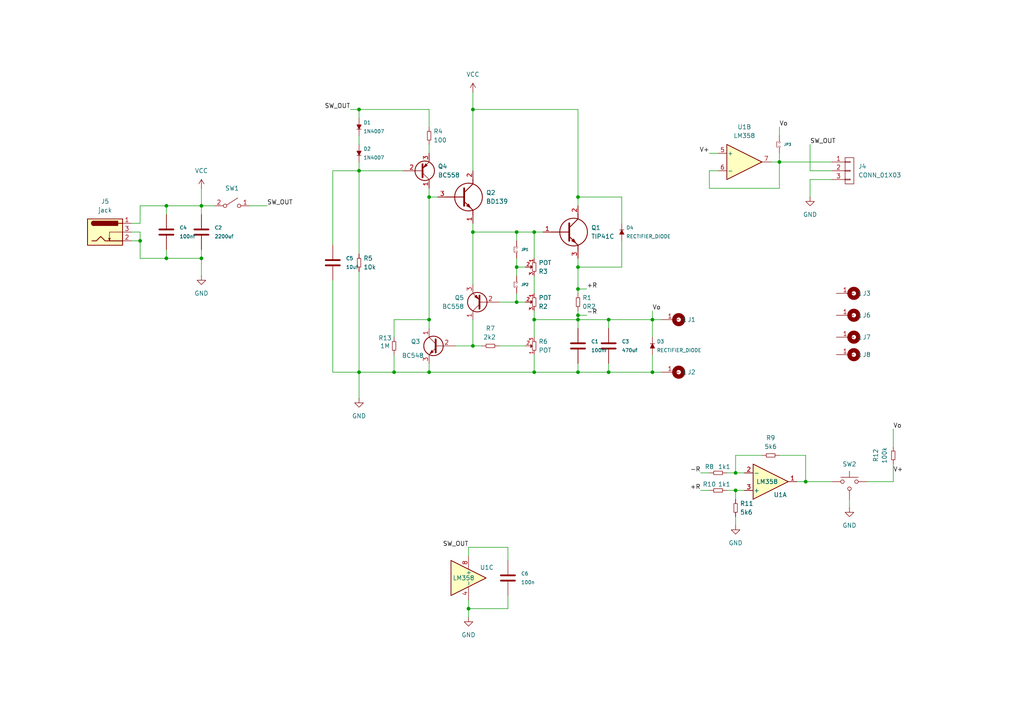
<source format=kicad_sch>
(kicad_sch (version 20231120) (generator "eeschema") (generator_version "8.0")
  (paper "A4")
  (lib_symbols
    (symbol "BJT:BC558" (pin_names hide)
      (property "Reference" "Q" (at 3.048 2.032 0))
      (property "Value" "BC558" (at 3.048 -0.508 0))
      (symbol "BC558_0_1"
        (circle (center -1.27 0) (radius 2.8194) (stroke (width 0.254)))
        (polyline (pts (xy -2.54 0) (xy -1.905 0)))
        (polyline (pts (xy -1.905 0.635) (xy 0 2.54)))
        (polyline (pts (xy -1.905 -0.635) (xy 0 -2.54) (xy 0 -2.54)))
        (polyline (pts (xy -1.905 1.905) (xy -1.905 -1.905) (xy -1.905 -1.905)) (stroke (width 0.508)))
      )
      (symbol "BC558_1_1"
        (polyline (pts (xy -0.762 -1.778) (xy -0.508 -1.524) (xy -1.651 -0.889) (xy -1.016 -2.032) (xy -0.762 -1.778)) (fill (type outline)))
        (pin passive line (at 0 5.08 270) (length 2.54) (name "C") (number "1"))
        (pin input line (at -7.62 0 0) (length 5.08) (name "B") (number "2"))
        (pin passive line (at 0 -5.08 90) (length 2.54) (name "E") (number "3"))
      )
    )
    (symbol "BJT:BD139" (pin_names hide)
      (property "Reference" "Q" (at 3.81 0.762 0))
      (property "Value" "BD139" (at 3.81 -1.27 0))
      (symbol "BD139_1_1"
        (circle (center -1.27 0) (radius 4.016) (stroke (width 0.254)))
        (polyline (pts (xy -7.62 0) (xy -2.54 0)) (stroke (width 0.254)))
        (polyline (pts (xy -2.54 -1.27) (xy 0 -3.81)) (stroke (width 0.254)))
        (polyline (pts (xy -2.54 1.27) (xy 0 3.81)) (stroke (width 0.254)))
        (polyline (pts (xy -2.54 2.54) (xy -2.54 -2.54)) (stroke (width 0.508)))
        (polyline (pts (xy 0 -3.81) (xy 0 -5.08)) (stroke (width 0.254)))
        (polyline (pts (xy 0 3.81) (xy 0 5.08)) (stroke (width 0.254)))
        (polyline (pts (xy -1.778 -2.54) (xy -1.27 -2.032) (xy -0.762 -3.048) (xy -1.778 -2.54)) (stroke (width 0.254)) (fill (type outline)))
        (pin passive line (at 0 -7.62 90) (length 2.54) (name "E") (number "1"))
        (pin passive line (at 0 7.62 270) (length 2.54) (name "C") (number "2"))
        (pin passive line (at -10.16 0 0) (length 2.54) (name "B") (number "3"))
      )
    )
    (symbol "BJT:TIP41C" (pin_names hide)
      (property "Reference" "Q" (at 4.064 1.27 0))
      (property "Value" "TIP41C" (at 4.064 -1.016 0))
      (symbol "TIP41C_1_1"
        (circle (center -1.27 0) (radius 4.016) (stroke (width 0.254)))
        (polyline (pts (xy -7.62 0) (xy -2.54 0)) (stroke (width 0.254)))
        (polyline (pts (xy -2.54 -1.27) (xy 0 -3.81)) (stroke (width 0.254)))
        (polyline (pts (xy -2.54 1.27) (xy 0 3.81)) (stroke (width 0.254)))
        (polyline (pts (xy -2.54 2.54) (xy -2.54 -2.54)) (stroke (width 0.508)))
        (polyline (pts (xy 0 -3.81) (xy 0 -5.08)) (stroke (width 0.254)))
        (polyline (pts (xy 0 3.81) (xy 0 5.08)) (stroke (width 0.254)))
        (polyline (pts (xy -1.778 -2.54) (xy -1.27 -2.032) (xy -0.762 -3.048) (xy -1.778 -2.54)) (stroke (width 0.254)) (fill (type outline)))
        (pin passive line (at -10.16 0 0) (length 2.54) (name "B") (number "1"))
        (pin passive line (at 0 7.62 270) (length 2.54) (name "C") (number "2"))
        (pin passive line (at 0 -7.62 90) (length 2.54) (name "E") (number "3"))
      )
    )
    (symbol "Diodes:RECTIFIER_DIODE" (pin_numbers hide) (pin_names (offset 1.016) hide)
      (property "Reference" "D" (at 0 3.302 0))
      (property "Value" "RECTIFIER_DIODE" (at -0.254 1.524 0))
      (symbol "RECTIFIER_DIODE_0_1"
        (polyline (pts (xy -0.635 -0.635) (xy 0.635 0)))
        (polyline (pts (xy 0.635 -0.635) (xy 0.635 0.635) (xy 0.635 0.635)))
        (polyline (pts (xy 0.635 0) (xy -0.635 0.635) (xy -0.635 -0.635) (xy -0.635 -0.635)) (fill (type outline)))
      )
      (symbol "RECTIFIER_DIODE_1_1"
        (pin passive line (at -2.54 0 0) (length 1.905) (name "A") (number "1"))
        (pin passive line (at 2.54 0 180) (length 1.905) (name "K") (number "2"))
      )
    )
    (symbol "EESTN5:BC548" (pin_names (offset 0) hide)
      (property "Reference" "Q" (at 5.08 1.905 0))
      (property "Value" "BC548" (at 5.08 0 0))
      (symbol "BC548_0_1"
        (polyline (pts (xy 0 0) (xy 0.635 0)))
        (polyline (pts (xy 0.635 0.635) (xy 2.54 2.54)))
        (polyline (pts (xy 0.635 -0.635) (xy 2.54 -2.54) (xy 2.54 -2.54)))
        (polyline (pts (xy 0.635 1.905) (xy 0.635 -1.905) (xy 0.635 -1.905)) (stroke (width 0.508)))
        (polyline (pts (xy 1.27 -1.778) (xy 1.778 -1.27) (xy 2.286 -2.286) (xy 1.27 -1.778) (xy 1.27 -1.778)) (fill (type outline)))
        (circle (center 1.27 0) (radius 2.8194) (stroke (width 0.254)))
      )
      (symbol "BC548_1_1"
        (pin passive line (at 2.54 5.08 270) (length 2.54) (name "C") (number "1"))
        (pin input line (at -5.08 0 0) (length 5.08) (name "B") (number "2"))
        (pin passive line (at 2.54 -5.08 90) (length 2.54) (name "E") (number "3"))
      )
    )
    (symbol "EESTN5:C" (pin_numbers hide) (pin_names (offset 0.254))
      (property "Reference" "C" (at 0 2.54 0))
      (property "Value" "C" (at 0.1524 -2.159 0))
      (symbol "C_0_1"
        (polyline (pts (xy -2.032 -0.762) (xy 2.032 -0.762)) (stroke (width 0.508)))
        (polyline (pts (xy -2.032 0.762) (xy 2.032 0.762)) (stroke (width 0.508)))
      )
      (symbol "C_1_1"
        (pin passive line (at 0 5.08 270) (length 4.318) (name "~") (number "1"))
        (pin passive line (at 0 -5.08 90) (length 4.318) (name "~") (number "2"))
      )
    )
    (symbol "EESTN5:CONN_01X03" (pin_names (offset 1.016) hide)
      (property "Reference" "J" (at 0 5.08 0))
      (property "Value" "CONN_01X03" (at 2.54 0 90))
      (symbol "CONN_01X03_0_1"
        (rectangle (start -1.27 -2.413) (end 0.254 -2.667))
        (rectangle (start -1.27 0.127) (end 0.254 -0.127))
        (rectangle (start -1.27 2.667) (end 0.254 2.413))
        (rectangle (start -1.27 3.81) (end 1.27 -3.81))
      )
      (symbol "CONN_01X03_1_1"
        (pin passive line (at -5.08 2.54 0) (length 3.81) (name "P1") (number "1"))
        (pin passive line (at -5.08 0 0) (length 3.81) (name "P2") (number "2"))
        (pin passive line (at -5.08 -2.54 0) (length 3.81) (name "P3") (number "3"))
      )
    )
    (symbol "EESTN5:Cable_PAD" (pin_names (offset 1.016))
      (property "Reference" "J" (at 0 5.08 0))
      (symbol "Cable_PAD_0_1"
        (circle (center 0 0) (radius 1.27) (stroke (width 1.27)))
      )
      (symbol "Cable_PAD_1_1"
        (pin input line (at -5.08 0 0) (length 5.08) (name "1") (number "1"))
      )
    )
    (symbol "EESTN5:Jumper" (pin_numbers hide) (pin_names (offset 0) hide)
      (property "Reference" "JP" (at 0 -1.905 0))
      (symbol "Jumper_0_1"
        (circle (center -0.635 0) (radius 0.254) (stroke (width 0.0508)))
        (polyline (pts (xy -0.762 -0.508) (xy -0.762 -0.762) (xy 0.762 -0.762) (xy 0.762 -0.508) (xy 0.762 -0.508)) (stroke (width 0.127)))
        (circle (center 0.635 0) (radius 0.254) (stroke (width 0.0508)))
      )
      (symbol "Jumper_1_1"
        (pin passive line (at -2.54 0 0) (length 1.651) (name "A") (number "1"))
        (pin passive line (at 2.54 0 180) (length 1.651) (name "B") (number "2"))
      )
    )
    (symbol "EESTN5:POT" (pin_names (offset 1.016) hide)
      (property "Reference" "R" (at 0 -1.27 0))
      (property "Value" "POT" (at 0 -3.81 0))
      (symbol "POT_0_0"
        (rectangle (start -1.27 0.508) (end 1.27 -0.508))
      )
      (symbol "POT_0_1"
        (polyline (pts (xy 0 0.508) (xy -0.508 1.016) (xy 0.508 1.016)) (fill (type outline)))
      )
      (symbol "POT_1_1"
        (pin passive line (at -2.54 0 0) (length 1.27) (name "1") (number "1"))
        (pin passive line (at 0 2.54 270) (length 1.524) (name "2") (number "2"))
        (pin passive line (at 2.54 0 180) (length 1.27) (name "3") (number "3"))
      )
    )
    (symbol "EESTN5:R" (pin_numbers hide) (pin_names (offset 0))
      (property "Reference" "R" (at -1.27 0 90))
      (property "Value" "R" (at 1.27 0 90))
      (symbol "R_0_1"
        (rectangle (start 0.508 1.27) (end -0.508 -1.27))
      )
      (symbol "R_1_1"
        (pin passive line (at 0 2.54 270) (length 1.27) (name "~") (number "1"))
        (pin passive line (at 0 -2.54 90) (length 1.27) (name "~") (number "2"))
      )
    )
    (symbol "MacroLib:jack" (pin_names (offset 1.016))
      (property "Reference" "J" (at 0 0 0))
      (property "Value" "jack" (at 0 0 0))
      (symbol "jack_0_1"
        (polyline (pts (xy 1.016 -6.858) (xy 1.27 -7.62) (xy 1.524 -6.858)))
        (polyline (pts (xy 1.397 -6.858) (xy 1.27 -7.239) (xy 1.143 -6.858)))
        (rectangle (start 1.27 -6.858) (end 1.016 -6.858))
        (rectangle (start 1.27 -6.858) (end 1.27 -6.858))
        (rectangle (start 1.27 -6.858) (end 1.524 -6.858))
        (rectangle (start 5.08 -5.08) (end 1.27 -7.62))
      )
      (symbol "jack_1_1"
        (rectangle (start -5.08 -1.27) (end 5.08 -8.89) (stroke (width 0.254)) (fill (type background)))
        (arc (start -3.302 -1.905) (mid -3.9343 -2.54) (end -3.302 -3.175) (stroke (width 0.254)))
        (arc (start -3.302 -1.905) (mid -3.9343 -2.54) (end -3.302 -3.175) (stroke (width 0.254)) (fill (type outline)))
        (polyline (pts (xy 5.08 -2.54) (xy 3.81 -2.54)) (stroke (width 0.254)))
        (polyline (pts (xy -3.81 -7.62) (xy -2.54 -7.62) (xy -1.27 -6.35) (xy 0 -7.62) (xy 2.54 -7.62) (xy 5.08 -7.62)) (stroke (width 0.254)))
        (rectangle (start 3.683 -1.905) (end -3.302 -3.175) (stroke (width 0.254)) (fill (type outline)))
        (pin passive line (at 7.62 -2.54 180) (length 2.54) (name "~") (number "1"))
        (pin passive line (at 7.62 -7.62 180) (length 2.54) (name "~") (number "2"))
        (pin passive line (at 7.62 -5.08 180) (length 2.54) (name "~") (number "3"))
      )
    )
    (symbol "Opam:LM358" (pin_names (offset 0.127))
      (property "Reference" "U" (at 4.826 -2.794 0))
      (property "Value" "LM358" (at -4.064 0 0))
      (symbol "LM358_1_1"
        (polyline (pts (xy -5.08 5.08) (xy 5.08 0) (xy -5.08 -5.08) (xy -5.08 5.08)) (stroke (width 0.254)) (fill (type background)))
        (pin output line (at 7.62 0 180) (length 2.54) (name "~") (number "1"))
        (pin input line (at -7.62 -2.54 0) (length 2.54) (name "-") (number "2"))
        (pin input line (at -7.62 2.54 0) (length 2.54) (name "+") (number "3"))
      )
      (symbol "LM358_2_1"
        (polyline (pts (xy -5.08 5.08) (xy 5.08 0) (xy -5.08 -5.08) (xy -5.08 5.08)) (stroke (width 0.254)) (fill (type background)))
        (pin input line (at -7.62 2.54 0) (length 2.54) (name "+") (number "5"))
        (pin input line (at -7.62 -2.54 0) (length 2.54) (name "-") (number "6"))
        (pin output line (at 7.62 0 180) (length 2.54) (name "~") (number "7"))
      )
      (symbol "LM358_3_1"
        (polyline (pts (xy -5.08 5.08) (xy 5.08 0) (xy -5.08 -5.08) (xy -5.08 5.08)) (stroke (width 0.254)) (fill (type background)))
        (pin power_in line (at 0 -6.35 90) (length 3.81) (name "-") (number "4"))
        (pin power_in line (at 0 6.35 270) (length 3.81) (name "+") (number "8"))
      )
    )
    (symbol "SW:SW_Push" (pin_numbers hide) (pin_names (offset 1.016) hide)
      (property "Reference" "SW" (at 1.27 2.54 0))
      (symbol "SW_Push_0_1"
        (circle (center -2.032 0) (radius 0.508))
        (circle (center 0 -2.032) (radius 0.508))
        (polyline (pts (xy 0 1.27) (xy 0 3.048)))
        (polyline (pts (xy 2.54 1.27) (xy -2.54 1.27)))
        (circle (center 2.032 0) (radius 0.508))
        (pin passive line (at -5.08 0 0) (length 2.54) (name "1") (number "1"))
        (pin passive line (at 5.08 0 180) (length 2.54) (name "2") (number "2"))
      )
      (symbol "SW_Push_1_1"
        (pin passive line (at 0 -5.08 90) (length 2.54) (name "3") (number "3"))
      )
    )
    (symbol "SW:SW_SPST" (pin_names (offset 0) hide)
      (property "Reference" "SW" (at 0 4.318 0))
      (symbol "SW_SPST_0_0"
        (circle (center -2.032 0) (radius 0.508))
      )
      (symbol "SW_SPST_0_1"
        (polyline (pts (xy -1.524 0.254) (xy 1.651 2.286)))
        (circle (center 2.032 0) (radius 0.508))
      )
      (symbol "SW_SPST_1_1"
        (pin passive line (at 5.08 0 180) (length 2.54) (name "A") (number "1"))
        (pin passive line (at -5.08 0 0) (length 2.54) (name "B") (number "2"))
      )
    )
    (symbol "power:GND" (power) (pin_numbers hide) (pin_names (offset 0) hide)
      (property "Value" "GND" (at 0 -3.81 0))
      (symbol "GND_0_1"
        (polyline (pts (xy 0 0) (xy 0 -1.27) (xy 1.27 -1.27) (xy 0 -2.54) (xy -1.27 -1.27) (xy 0 -1.27)))
      )
      (symbol "GND_1_1"
        (pin power_in line (at 0 0 270) (length 0) (name "~") (number "1"))
      )
    )
    (symbol "power:VCC" (power) (pin_numbers hide) (pin_names (offset 0) hide)
      (property "Value" "VCC" (at 0 3.556 0))
      (symbol "VCC_0_1"
        (polyline (pts (xy -0.762 1.27) (xy 0 2.54)))
        (polyline (pts (xy 0 0) (xy 0 2.54)))
        (polyline (pts (xy 0 2.54) (xy 0.762 1.27)))
      )
      (symbol "VCC_1_1"
        (pin power_in line (at 0 0 90) (length 0) (name "~") (number "1"))
      )
    )
  )
  (junction (at 189.23 92.71))
  (junction (at 40.64 69.85))
  (junction (at 124.46 107.95))
  (junction (at 149.86 67.31))
  (junction (at 176.53 107.95))
  (junction (at 167.64 83.82))
  (junction (at 137.16 67.31))
  (junction (at 154.94 67.31))
  (junction (at 167.64 107.95))
  (junction (at 213.36 137.16))
  (junction (at 167.64 57.15))
  (junction (at 226.06 46.99))
  (junction (at 58.42 74.93))
  (junction (at 213.36 142.24))
  (junction (at 154.94 92.71))
  (junction (at 114.3 107.95))
  (junction (at 124.46 92.71))
  (junction (at 58.42 59.69))
  (junction (at 154.94 107.95))
  (junction (at 135.89 176.53))
  (junction (at 137.16 100.33))
  (junction (at 149.86 87.63))
  (junction (at 104.14 31.75))
  (junction (at 167.64 91.44))
  (junction (at 104.14 107.95))
  (junction (at 104.14 49.53))
  (junction (at 149.86 77.47))
  (junction (at 176.53 92.71))
  (junction (at 124.46 57.15))
  (junction (at 167.64 92.71))
  (junction (at 167.64 77.47))
  (junction (at 137.16 31.75))
  (junction (at 189.23 107.95))
  (junction (at 48.26 59.69))
  (junction (at 48.26 74.93))
  (junction (at 233.68 139.7))
  (wire (pts (xy 180.34 64.77) (xy 180.34 57.15)))
  (wire (pts (xy 176.53 107.95) (xy 189.23 107.95)))
  (wire (pts (xy 149.86 85.09) (xy 149.86 87.63)))
  (wire (pts (xy 167.64 91.44) (xy 167.64 90.17)))
  (wire (pts (xy 226.06 44.45) (xy 226.06 46.99)))
  (wire (pts (xy 213.36 142.24) (xy 213.36 144.78)))
  (wire (pts (xy 213.36 149.86) (xy 213.36 152.4)))
  (wire (pts (xy 48.26 72.39) (xy 48.26 74.93)))
  (wire (pts (xy 226.06 36.83) (xy 226.06 39.37)))
  (wire (pts (xy 137.16 92.71) (xy 137.16 100.33)))
  (wire (pts (xy 72.39 59.69) (xy 77.47 59.69)))
  (wire (pts (xy 205.74 54.61) (xy 226.06 54.61)))
  (wire (pts (xy 40.64 69.85) (xy 40.64 74.93)))
  (wire (pts (xy 154.94 92.71) (xy 167.64 92.71)))
  (wire (pts (xy 135.89 173.99) (xy 135.89 176.53)))
  (wire (pts (xy 210.82 137.16) (xy 213.36 137.16)))
  (wire (pts (xy 135.89 158.75) (xy 147.32 158.75)))
  (wire (pts (xy 203.2 137.16) (xy 205.74 137.16)))
  (wire (pts (xy 137.16 26.67) (xy 137.16 31.75)))
  (wire (pts (xy 189.23 107.95) (xy 191.77 107.95)))
  (wire (pts (xy 213.36 132.08) (xy 213.36 137.16)))
  (wire (pts (xy 149.86 87.63) (xy 152.4 87.63)))
  (wire (pts (xy 189.23 92.71) (xy 176.53 92.71)))
  (wire (pts (xy 234.95 52.07) (xy 241.3 52.07)))
  (wire (pts (xy 96.52 49.53) (xy 104.14 49.53)))
  (wire (pts (xy 180.34 69.85) (xy 180.34 77.47)))
  (wire (pts (xy 58.42 74.93) (xy 58.42 80.01)))
  (wire (pts (xy 38.1 67.31) (xy 40.64 67.31)))
  (wire (pts (xy 104.14 107.95) (xy 114.3 107.95)))
  (wire (pts (xy 147.32 158.75) (xy 147.32 162.56)))
  (wire (pts (xy 137.16 31.75) (xy 167.64 31.75)))
  (wire (pts (xy 233.68 132.08) (xy 233.68 139.7)))
  (wire (pts (xy 104.14 78.74) (xy 104.14 107.95)))
  (wire (pts (xy 104.14 49.53) (xy 104.14 73.66)))
  (wire (pts (xy 167.64 107.95) (xy 154.94 107.95)))
  (wire (pts (xy 167.64 83.82) (xy 167.64 85.09)))
  (wire (pts (xy 40.64 74.93) (xy 48.26 74.93)))
  (wire (pts (xy 124.46 107.95) (xy 154.94 107.95)))
  (wire (pts (xy 167.64 57.15) (xy 167.64 59.69)))
  (wire (pts (xy 259.08 139.7) (xy 259.08 134.62)))
  (wire (pts (xy 167.64 74.93) (xy 167.64 77.47)))
  (wire (pts (xy 114.3 92.71) (xy 124.46 92.71)))
  (wire (pts (xy 233.68 139.7) (xy 231.14 139.7)))
  (wire (pts (xy 149.86 77.47) (xy 149.86 80.01)))
  (wire (pts (xy 104.14 49.53) (xy 104.14 46.99)))
  (wire (pts (xy 176.53 92.71) (xy 167.64 92.71)))
  (wire (pts (xy 104.14 34.29) (xy 104.14 31.75)))
  (wire (pts (xy 132.08 100.33) (xy 137.16 100.33)))
  (wire (pts (xy 104.14 49.53) (xy 116.84 49.53)))
  (wire (pts (xy 124.46 57.15) (xy 124.46 54.61)))
  (wire (pts (xy 213.36 142.24) (xy 215.9 142.24)))
  (wire (pts (xy 96.52 71.12) (xy 96.52 49.53)))
  (wire (pts (xy 180.34 57.15) (xy 167.64 57.15)))
  (wire (pts (xy 137.16 82.55) (xy 137.16 67.31)))
  (wire (pts (xy 241.3 49.53) (xy 234.95 49.53)))
  (wire (pts (xy 152.4 77.47) (xy 149.86 77.47)))
  (wire (pts (xy 147.32 172.72) (xy 147.32 176.53)))
  (wire (pts (xy 167.64 31.75) (xy 167.64 57.15)))
  (wire (pts (xy 154.94 80.01) (xy 154.94 85.09)))
  (wire (pts (xy 124.46 31.75) (xy 124.46 36.83)))
  (wire (pts (xy 58.42 54.61) (xy 58.42 59.69)))
  (wire (pts (xy 147.32 176.53) (xy 135.89 176.53)))
  (wire (pts (xy 246.38 144.78) (xy 246.38 147.32)))
  (wire (pts (xy 48.26 59.69) (xy 58.42 59.69)))
  (wire (pts (xy 167.64 77.47) (xy 167.64 83.82)))
  (wire (pts (xy 40.64 59.69) (xy 48.26 59.69)))
  (wire (pts (xy 226.06 132.08) (xy 233.68 132.08)))
  (wire (pts (xy 137.16 64.77) (xy 137.16 67.31)))
  (wire (pts (xy 40.64 67.31) (xy 40.64 69.85)))
  (wire (pts (xy 96.52 81.28) (xy 96.52 107.95)))
  (wire (pts (xy 58.42 59.69) (xy 62.23 59.69)))
  (wire (pts (xy 154.94 90.17) (xy 154.94 92.71)))
  (wire (pts (xy 114.3 97.79) (xy 114.3 92.71)))
  (wire (pts (xy 167.64 83.82) (xy 170.18 83.82)))
  (wire (pts (xy 137.16 67.31) (xy 149.86 67.31)))
  (wire (pts (xy 191.77 92.71) (xy 189.23 92.71)))
  (wire (pts (xy 259.08 129.54) (xy 259.08 124.46)))
  (wire (pts (xy 124.46 105.41) (xy 124.46 107.95)))
  (wire (pts (xy 104.14 107.95) (xy 104.14 115.57)))
  (wire (pts (xy 220.98 132.08) (xy 213.36 132.08)))
  (wire (pts (xy 189.23 92.71) (xy 189.23 97.79)))
  (wire (pts (xy 135.89 176.53) (xy 135.89 179.07)))
  (wire (pts (xy 233.68 139.7) (xy 241.3 139.7)))
  (wire (pts (xy 144.78 87.63) (xy 149.86 87.63)))
  (wire (pts (xy 104.14 39.37) (xy 104.14 41.91)))
  (wire (pts (xy 144.78 100.33) (xy 152.4 100.33)))
  (wire (pts (xy 208.28 49.53) (xy 205.74 49.53)))
  (wire (pts (xy 124.46 41.91) (xy 124.46 44.45)))
  (wire (pts (xy 154.94 67.31) (xy 157.48 67.31)))
  (wire (pts (xy 124.46 57.15) (xy 124.46 92.71)))
  (wire (pts (xy 167.64 105.41) (xy 167.64 107.95)))
  (wire (pts (xy 189.23 102.87) (xy 189.23 107.95)))
  (wire (pts (xy 149.86 74.93) (xy 149.86 77.47)))
  (wire (pts (xy 176.53 92.71) (xy 176.53 95.25)))
  (wire (pts (xy 137.16 31.75) (xy 137.16 49.53)))
  (wire (pts (xy 176.53 107.95) (xy 167.64 107.95)))
  (wire (pts (xy 176.53 105.41) (xy 176.53 107.95)))
  (wire (pts (xy 38.1 64.77) (xy 40.64 64.77)))
  (wire (pts (xy 167.64 92.71) (xy 167.64 95.25)))
  (wire (pts (xy 58.42 72.39) (xy 58.42 74.93)))
  (wire (pts (xy 96.52 107.95) (xy 104.14 107.95)))
  (wire (pts (xy 48.26 62.23) (xy 48.26 59.69)))
  (wire (pts (xy 101.6 31.75) (xy 104.14 31.75)))
  (wire (pts (xy 135.89 158.75) (xy 135.89 161.29)))
  (wire (pts (xy 167.64 92.71) (xy 167.64 91.44)))
  (wire (pts (xy 127 57.15) (xy 124.46 57.15)))
  (wire (pts (xy 40.64 64.77) (xy 40.64 59.69)))
  (wire (pts (xy 251.46 139.7) (xy 259.08 139.7)))
  (wire (pts (xy 104.14 31.75) (xy 124.46 31.75)))
  (wire (pts (xy 226.06 54.61) (xy 226.06 46.99)))
  (wire (pts (xy 137.16 100.33) (xy 139.7 100.33)))
  (wire (pts (xy 114.3 102.87) (xy 114.3 107.95)))
  (wire (pts (xy 124.46 92.71) (xy 124.46 95.25)))
  (wire (pts (xy 114.3 107.95) (xy 124.46 107.95)))
  (wire (pts (xy 58.42 62.23) (xy 58.42 59.69)))
  (wire (pts (xy 167.64 91.44) (xy 170.18 91.44)))
  (wire (pts (xy 149.86 67.31) (xy 154.94 67.31)))
  (wire (pts (xy 226.06 46.99) (xy 223.52 46.99)))
  (wire (pts (xy 234.95 57.15) (xy 234.95 52.07)))
  (wire (pts (xy 48.26 74.93) (xy 58.42 74.93)))
  (wire (pts (xy 180.34 77.47) (xy 167.64 77.47)))
  (wire (pts (xy 226.06 46.99) (xy 241.3 46.99)))
  (wire (pts (xy 205.74 49.53) (xy 205.74 54.61)))
  (wire (pts (xy 234.95 41.91) (xy 234.95 49.53)))
  (wire (pts (xy 203.2 142.24) (xy 205.74 142.24)))
  (wire (pts (xy 189.23 90.17) (xy 189.23 92.71)))
  (wire (pts (xy 154.94 107.95) (xy 154.94 102.87)))
  (wire (pts (xy 210.82 142.24) (xy 213.36 142.24)))
  (wire (pts (xy 213.36 137.16) (xy 215.9 137.16)))
  (wire (pts (xy 154.94 92.71) (xy 154.94 97.79)))
  (wire (pts (xy 149.86 67.31) (xy 149.86 69.85)))
  (wire (pts (xy 38.1 69.85) (xy 40.64 69.85)))
  (wire (pts (xy 205.74 44.45) (xy 208.28 44.45)))
  (wire (pts (xy 154.94 67.31) (xy 154.94 74.93)))
  (label "+R" (at 203.2 142.24 180))
  (label "-R" (at 203.2 137.16 180))
  (label "SW_OUT" (at 135.89 158.75 180))
  (label "SW_OUT" (at 77.47 59.69 0))
  (label "V+" (at 259.08 137.16 0))
  (label "Vo" (at 189.23 90.17 0))
  (label "-R" (at 170.18 91.44 0))
  (label "Vo" (at 226.06 36.83 0))
  (label "SW_OUT" (at 234.95 41.91 0))
  (label "Vo" (at 259.08 124.46 0))
  (label "SW_OUT" (at 101.6 31.75 180))
  (label "+R" (at 170.18 83.82 0))
  (label "V+" (at 205.74 44.45 180))
  (symbol (lib_id "EESTN5:Jumper") (at 149.86 72.39 270) (unit 1)
    (property "Reference" "JP1" (at 151.13 72.39 90) (effects (font (size 0.762 0.762)) (justify left)))
    (property "Value" "Jumper" (effects (hide yes)))
    (property "Footprint" "Modified_Footprints:JUMPER" (effects (hide yes)))
  )
  (symbol (lib_id "EESTN5:Cable_PAD") (at 247.65 85.09 0) (unit 1)
    (property "Reference" "J3" (at 250.19 85.0899 0) (effects (justify left)))
    (property "Value" "Cable_PAD" (effects (hide yes)))
    (property "Footprint" "EESTN5:Separador_M3_10mm" (effects (hide yes)))
    (property "Description" "Solder Pad for cable connection" (effects (hide yes)))
  )
  (symbol (lib_id "EESTN5:Cable_PAD") (at 196.85 92.71 0) (unit 1)
    (property "Reference" "J1" (at 199.39 92.7099 0) (effects (justify left)))
    (property "Value" "Cable_PAD" (effects (hide yes)))
    (property "Footprint" "EESTN5:Cable_1,5mm" (effects (hide yes)))
    (property "Description" "Solder Pad for cable connection" (effects (hide yes)))
  )
  (symbol (lib_id "EESTN5:Cable_PAD") (at 247.65 91.44 0) (unit 1)
    (property "Reference" "J6" (at 250.19 91.4399 0) (effects (justify left)))
    (property "Value" "Cable_PAD" (effects (hide yes)))
    (property "Footprint" "EESTN5:Separador_M3_10mm" (effects (hide yes)))
    (property "Description" "Solder Pad for cable connection" (effects (hide yes)))
  )
  (symbol (lib_id "EESTN5:R") (at 223.52 132.08 90) (unit 1)
    (property "Reference" "R9" (at 223.52 127 90))
    (property "Value" "5k6" (at 223.52 129.54 90))
    (property "Footprint" "EESTN5:RES0.3" (effects (hide yes)))
    (property "Description" "Resistor" (effects (hide yes)))
  )
  (symbol (lib_id "power:GND") (at 246.38 147.32 0) (unit 1)
    (property "Reference" "#PWR010" (effects (hide yes)))
    (property "Value" "GND" (at 246.38 152.4 0))
    (property "Description" "Power symbol creates a global label with name \"GND\" , ground" (effects (hide yes)))
  )
  (symbol (lib_id "EESTN5:R") (at 114.3 100.33 0) (unit 1)
    (property "Reference" "R13" (at 109.728 98.044 0) (effects (justify left)))
    (property "Value" "1M" (at 110.236 100.33 0) (effects (justify left)))
    (property "Footprint" "EESTN5:RES0.3" (effects (hide yes)))
    (property "Description" "Resistor" (effects (hide yes)))
  )
  (symbol (lib_id "EESTN5:R") (at 167.64 87.63 0) (unit 1)
    (property "Reference" "R1" (at 168.91 86.3599 0) (effects (justify left)))
    (property "Value" "0R2" (at 168.91 88.8999 0) (effects (justify left)))
    (property "Footprint" "Modified_Footprints:RESO_2W" (effects (hide yes)))
    (property "Description" "Resistor" (effects (hide yes)))
  )
  (symbol (lib_id "EESTN5:R") (at 213.36 147.32 0) (unit 1)
    (property "Reference" "R11" (at 214.63 146.0499 0) (effects (justify left)))
    (property "Value" "5k6" (at 214.63 148.5899 0) (effects (justify left)))
    (property "Footprint" "EESTN5:RES0.3" (effects (hide yes)))
    (property "Description" "Resistor" (effects (hide yes)))
  )
  (symbol (lib_id "EESTN5:Cable_PAD") (at 247.65 102.87 0) (unit 1)
    (property "Reference" "J8" (at 250.19 102.8699 0) (effects (justify left)))
    (property "Value" "Cable_PAD" (effects (hide yes)))
    (property "Footprint" "EESTN5:Separador_M3_10mm" (effects (hide yes)))
    (property "Description" "Solder Pad for cable connection" (effects (hide yes)))
  )
  (symbol (lib_id "power:GND") (at 135.89 179.07 0) (unit 1)
    (property "Reference" "#PWR07" (effects (hide yes)))
    (property "Value" "GND" (at 135.89 184.15 0))
    (property "Description" "Power symbol creates a global label with name \"GND\" , ground" (effects (hide yes)))
  )
  (symbol (lib_id "EESTN5:R") (at 142.24 100.33 90) (unit 1)
    (property "Reference" "R7" (at 142.24 95.25 90))
    (property "Value" "2k2" (at 141.986 97.79 90))
    (property "Footprint" "EESTN5:RES0.3" (effects (hide yes)))
    (property "Description" "Resistor" (effects (hide yes)))
  )
  (symbol (lib_id "EESTN5:R") (at 104.14 76.2 0) (unit 1)
    (property "Reference" "R5" (at 105.41 74.9299 0) (effects (justify left)))
    (property "Value" "10k" (at 105.41 77.4699 0) (effects (justify left)))
    (property "Footprint" "EESTN5:RES0.3" (effects (hide yes)))
    (property "Description" "Resistor" (effects (hide yes)))
  )
  (symbol (lib_id "power:VCC") (at 58.42 54.61 0) (unit 1)
    (property "Reference" "#PWR02" (effects (hide yes)))
    (property "Value" "VCC" (at 58.42 49.53 0))
    (property "Description" "Power symbol creates a global label with name \"VCC\"" (effects (hide yes)))
  )
  (symbol (lib_id "Diodes:RECTIFIER_DIODE") (at 189.23 100.33 90) (unit 1)
    (property "Reference" "D3" (at 190.5 99.0599 90) (effects (font (size 1.016 1.016)) (justify right)))
    (property "Value" "RECTIFIER_DIODE" (at 190.5 101.5999 90) (effects (font (size 1.016 1.016)) (justify right)))
    (property "Footprint" "EESTN5:DO-41" (effects (hide yes)))
  )
  (symbol (lib_id "Diodes:RECTIFIER_DIODE") (at 180.34 67.31 90) (unit 1)
    (property "Reference" "D4" (at 181.61 66.0399 90) (effects (font (size 1.016 1.016)) (justify right)))
    (property "Value" "RECTIFIER_DIODE" (at 181.61 68.5799 90) (effects (font (size 1.016 1.016)) (justify right)))
    (property "Footprint" "EESTN5:DO-41" (effects (hide yes)))
  )
  (symbol (lib_id "Opam:LM358") (at 215.9 46.99 0) (unit 2)
    (property "Reference" "U1" (at 215.9 36.83 0))
    (property "Value" "LM358" (at 215.9 39.37 0))
    (property "Footprint" "EESTN5:DIP-8" (effects (hide yes)))
    (property "Datasheet" "http://www.ti.com/lit/ds/symlink/lm2904-n.pdf" (effects (hide yes)))
    (property "Description" "Low-Power, Dual Operational Amplifiers, DIP-8/SOIC-8/TO-99-8" (effects (hide yes)))
  )
  (symbol (lib_id "BJT:BD139") (at 137.16 57.15 0) (unit 1)
    (property "Reference" "Q2" (at 140.97 55.8799 0) (effects (justify left)))
    (property "Value" "BD139" (at 140.97 58.4199 0) (effects (justify left)))
    (property "Footprint" "Modified_Footprints:TO-126-3_90" (effects (hide yes)))
    (property "Datasheet" "https://www.onsemi.com/download/data-sheet/pdf/BD135-D.PDF" (effects (hide yes)))
    (property "Description" "Last Shipments - 1.5 A, 80 V NPN Power Bipolar Junction Transistor" (effects (hide yes)))
    (property "Height" "13.64" (effects (hide yes)))
    (property "Manufacturer_Name" "onsemi" (effects (hide yes)))
    (property "Manufacturer_Part_Number" "BD139" (effects (hide yes)))
    (property "Mouser Part Number" "863-BD139" (effects (hide yes)))
    (property "Mouser Price/Stock" "https://www.mouser.co.uk/ProductDetail/onsemi/BD139?qs=vNc2DXHODiI0%252BZZC8g2wVg%3D%3D" (effects (hide yes)))
  )
  (symbol (lib_id "EESTN5:Cable_PAD") (at 247.65 97.79 0) (unit 1)
    (property "Reference" "J7" (at 250.19 97.7899 0) (effects (justify left)))
    (property "Value" "Cable_PAD" (effects (hide yes)))
    (property "Footprint" "EESTN5:Separador_M3_10mm" (effects (hide yes)))
    (property "Description" "Solder Pad for cable connection" (effects (hide yes)))
  )
  (symbol (lib_id "power:GND") (at 58.42 80.01 0) (unit 1)
    (property "Reference" "#PWR01" (effects (hide yes)))
    (property "Value" "GND" (at 58.42 85.09 0))
    (property "Description" "Power symbol creates a global label with name \"GND\" , ground" (effects (hide yes)))
  )
  (symbol (lib_id "EESTN5:R") (at 259.08 132.08 180) (unit 1)
    (property "Reference" "R12" (at 254 132.08 90))
    (property "Value" "100k" (at 256.54 132.08 90))
    (property "Footprint" "EESTN5:RES0.3" (effects (hide yes)))
    (property "Description" "Resistor" (effects (hide yes)))
  )
  (symbol (lib_id "EESTN5:C") (at 167.64 100.33 0) (unit 1)
    (property "Reference" "C1" (at 171.45 99.0599 0) (effects (font (size 1.016 1.016)) (justify left)))
    (property "Value" "100nf" (at 171.45 101.5999 0) (effects (font (size 1.016 1.016)) (justify left)))
    (property "Footprint" "Modified_Footprints:C_POL" (effects (hide yes)))
  )
  (symbol (lib_id "EESTN5:C") (at 96.52 76.2 0) (unit 1)
    (property "Reference" "C5" (at 100.33 74.9299 0) (effects (font (size 1.016 1.016)) (justify left)))
    (property "Value" "10uf" (at 100.33 77.4699 0) (effects (font (size 1.016 1.016)) (justify left)))
    (property "Footprint" "EESTN5:CAP_ELEC_5x11mm" (effects (hide yes)))
  )
  (symbol (lib_id "EESTN5:POT") (at 154.94 77.47 90) (mirror x) (unit 1)
    (property "Reference" "R3" (at 156.21 78.7401 90) (effects (justify right)))
    (property "Value" "POT" (at 156.21 76.2001 90) (effects (justify right)))
    (property "Footprint" "EESTN5:TRIMER_V" (effects (hide yes)))
    (property "Description" "Trimmer" (effects (hide yes)))
  )
  (symbol (lib_id "BJT:TIP41C") (at 167.64 67.31 0) (unit 1)
    (property "Reference" "Q1" (at 171.45 66.0399 0) (effects (justify left)))
    (property "Value" "TIP41C" (at 171.45 68.5799 0) (effects (justify left)))
    (property "Footprint" "Modified_Footprints:TO-220-3_90" (effects (hide yes)))
    (property "Datasheet" "http://www.onsemi.com/pub/Collateral/TIP41A-D.PDF" (effects (hide yes)))
    (property "Description" "TIP41C - TRANSISTOR, BIPOL, NPN, 100V, TO-220AB-3" (effects (hide yes)))
    (property "Height" "4.83" (effects (hide yes)))
    (property "Manufacturer_Name" "onsemi" (effects (hide yes)))
    (property "Manufacturer_Part_Number" "TIP41C" (effects (hide yes)))
    (property "Mouser Part Number" "512-TIP41C" (effects (hide yes)))
    (property "Mouser Price/Stock" "https://www.mouser.co.uk/ProductDetail/onsemi-Fairchild/TIP41C?qs=ljbEvF4DwONP6g8z%252BtNuIA%3D%3D" (effects (hide yes)))
    (property "Arrow Part Number" "TIP41C" (effects (hide yes)))
    (property "Arrow Price/Stock" "https://www.arrow.com/en/products/tip41c/on-semiconductor" (effects (hide yes)))
  )
  (symbol (lib_id "EESTN5:C") (at 147.32 167.64 0) (unit 1)
    (property "Reference" "C6" (at 151.13 166.3699 0) (effects (font (size 1.016 1.016)) (justify left)))
    (property "Value" "100n" (at 151.13 168.9099 0) (effects (font (size 1.016 1.016)) (justify left)))
    (property "Footprint" "Modified_Footprints:C_POL" (effects (hide yes)))
  )
  (symbol (lib_id "SW:SW_Push") (at 246.38 139.7 0) (unit 1)
    (property "Reference" "SW2" (at 246.38 134.62 0))
    (property "Value" "SW_Push" (effects (hide yes)))
    (property "Footprint" "MacroLib:PUSH_SWITCH_THT_90" (effects (hide yes)))
    (property "Description" "Push button switch, generic, two pins" (effects (hide yes)))
  )
  (symbol (lib_id "EESTN5:R") (at 208.28 142.24 90) (unit 1)
    (property "Reference" "R10" (at 205.74 140.462 90))
    (property "Value" "1k1" (at 210.058 140.462 90))
    (property "Footprint" "EESTN5:RES0.3" (effects (hide yes)))
    (property "Description" "Resistor" (effects (hide yes)))
  )
  (symbol (lib_id "EESTN5:POT") (at 154.94 87.63 90) (mirror x) (unit 1)
    (property "Reference" "R2" (at 156.21 88.9001 90) (effects (justify right)))
    (property "Value" "POT" (at 156.21 86.3601 90) (effects (justify right)))
    (property "Footprint" "EESTN5:Pin_Header_3" (effects (hide yes)))
    (property "Description" "Trimmer" (effects (hide yes)))
  )
  (symbol (lib_id "EESTN5:R") (at 124.46 39.37 0) (unit 1)
    (property "Reference" "R4" (at 125.73 38.0999 0) (effects (justify left)))
    (property "Value" "100" (at 125.73 40.6399 0) (effects (justify left)))
    (property "Footprint" "EESTN5:RES0.3" (effects (hide yes)))
    (property "Description" "Resistor" (effects (hide yes)))
  )
  (symbol (lib_id "EESTN5:R") (at 208.28 137.16 90) (unit 1)
    (property "Reference" "R8" (at 205.74 135.382 90))
    (property "Value" "1k1" (at 210.058 135.382 90))
    (property "Footprint" "EESTN5:RES0.3" (effects (hide yes)))
    (property "Description" "Resistor" (effects (hide yes)))
  )
  (symbol (lib_id "power:GND") (at 104.14 115.57 0) (unit 1)
    (property "Reference" "#PWR03" (effects (hide yes)))
    (property "Value" "GND" (at 104.14 120.65 0))
    (property "Description" "Power symbol creates a global label with name \"GND\" , ground" (effects (hide yes)))
  )
  (symbol (lib_id "EESTN5:C") (at 176.53 100.33 0) (unit 1)
    (property "Reference" "C3" (at 180.34 99.06 0) (effects (font (size 1.016 1.016)) (justify left)))
    (property "Value" "470uf" (at 180.34 101.6 0) (effects (font (size 1.016 1.016)) (justify left)))
    (property "Footprint" "Modified_Footprints:C-ELEC" (effects (hide yes)))
  )
  (symbol (lib_id "EESTN5:POT") (at 154.94 100.33 90) (unit 1)
    (property "Reference" "R6" (at 156.21 99.0599 90) (effects (justify right)))
    (property "Value" "POT" (at 156.21 101.5999 90) (effects (justify right)))
    (property "Footprint" "EESTN5:Pin_Header_3" (effects (hide yes)))
    (property "Description" "Trimmer" (effects (hide yes)))
  )
  (symbol (lib_id "power:GND") (at 234.95 57.15 0) (unit 1)
    (property "Reference" "#PWR09" (effects (hide yes)))
    (property "Value" "GND" (at 234.95 62.23 0))
    (property "Description" "Power symbol creates a global label with name \"GND\" , ground" (effects (hide yes)))
  )
  (symbol (lib_id "power:VCC") (at 137.16 26.67 0) (unit 1)
    (property "Reference" "#PWR04" (effects (hide yes)))
    (property "Value" "VCC" (at 137.16 21.59 0))
    (property "Description" "Power symbol creates a global label with name \"VCC\"" (effects (hide yes)))
  )
  (symbol (lib_id "EESTN5:Jumper") (at 226.06 41.91 270) (unit 1)
    (property "Reference" "JP3" (at 227.33 41.91 90) (effects (font (size 0.762 0.762)) (justify left)))
    (property "Value" "Jumper" (effects (hide yes)))
    (property "Footprint" "Modified_Footprints:JUMPER" (effects (hide yes)))
  )
  (symbol (lib_id "EESTN5:CONN_01X03") (at 246.38 49.53 0) (unit 1)
    (property "Reference" "J4" (at 248.92 48.2599 0) (effects (justify left)))
    (property "Value" "CONN_01X03" (at 248.92 50.7999 0) (effects (justify left)))
    (property "Footprint" "EESTN5:Pin_Header_3" (effects (hide yes)))
    (property "Description" "Connector, single row, 01x03, pin header" (effects (hide yes)))
  )
  (symbol (lib_id "EESTN5:Cable_PAD") (at 196.85 107.95 0) (unit 1)
    (property "Reference" "J2" (at 199.39 107.9499 0) (effects (justify left)))
    (property "Value" "Cable_PAD" (effects (hide yes)))
    (property "Footprint" "EESTN5:Cable_1,5mm" (effects (hide yes)))
    (property "Description" "Solder Pad for cable connection" (effects (hide yes)))
  )
  (symbol (lib_id "BJT:BC558") (at 124.46 49.53 0) (mirror x) (unit 1)
    (property "Reference" "Q4" (at 127 48.2599 0) (effects (justify left)))
    (property "Value" "BC558" (at 127 50.7999 0) (effects (justify left)))
    (property "Footprint" "EESTN5:to92" (effects (hide yes)))
    (property "Datasheet" "https://datasheet.datasheetarchive.com/originals/distributors/Datasheets-301/3670.pdf" (effects (hide yes)))
    (property "Description" "Bipolar Transistors - BJT TO-92 PNP GP AMP" (effects (hide yes)))
    (property "Manufacturer_Name" "onsemi" (effects (hide yes)))
    (property "Manufacturer_Part_Number" "BC558" (effects (hide yes)))
    (property "Mouser Part Number" "512-BC558" (effects (hide yes)))
    (property "Mouser Price/Stock" "https://www.mouser.co.uk/ProductDetail/onsemi-Fairchild/BC558?qs=ljbEvF4DwOOg6wz%2FP2cgrw%3D%3D" (effects (hide yes)))
  )
  (symbol (lib_id "EESTN5:C") (at 48.26 67.31 0) (unit 1)
    (property "Reference" "C4" (at 52.07 66.0399 0) (effects (font (size 1.016 1.016)) (justify left)))
    (property "Value" "100nf" (at 52.07 68.5799 0) (effects (font (size 1.016 1.016)) (justify left)))
    (property "Footprint" "Modified_Footprints:C_POL" (effects (hide yes)))
  )
  (symbol (lib_id "MacroLib:jack") (at 30.48 62.23 0) (unit 1)
    (property "Reference" "J5" (at 30.48 58.42 0))
    (property "Value" "jack" (at 30.48 60.96 0))
    (property "Footprint" "MacroLib:Jack_hembra_DC_barrel" (effects (hide yes)))
  )
  (symbol (lib_id "SW:SW_SPST") (at 67.31 59.69 0) (unit 1)
    (property "Reference" "SW1" (at 67.31 54.61 0))
    (property "Value" "SW_SPST" (effects (hide yes)))
    (property "Footprint" "EESTN5:Pin_Header_2" (effects (hide yes)))
    (property "Description" "Switch, single pole single throw" (effects (hide yes)))
  )
  (symbol (lib_id "EESTN5:Jumper") (at 149.86 82.55 270) (unit 1)
    (property "Reference" "JP2" (at 151.13 82.55 90) (effects (font (size 0.762 0.762)) (justify left)))
    (property "Value" "Jumper" (effects (hide yes)))
    (property "Footprint" "Modified_Footprints:JUMPER" (effects (hide yes)))
  )
  (symbol (lib_id "Opam:LM358") (at 135.89 167.64 0) (unit 3)
    (property "Reference" "U1" (at 139.192 164.592 0) (effects (justify left)))
    (property "Value" "LM358" (at 131.318 167.64 0) (effects (justify left)))
    (property "Footprint" "EESTN5:DIP-8" (effects (hide yes)))
    (property "Datasheet" "http://www.ti.com/lit/ds/symlink/lm2904-n.pdf" (effects (hide yes)))
    (property "Description" "Low-Power, Dual Operational Amplifiers, DIP-8/SOIC-8/TO-99-8" (effects (hide yes)))
  )
  (symbol (lib_id "EESTN5:C") (at 58.42 67.31 0) (unit 1)
    (property "Reference" "C2" (at 62.23 66.0399 0) (effects (font (size 1.016 1.016)) (justify left)))
    (property "Value" "2200uf" (at 62.23 68.5799 0) (effects (font (size 1.016 1.016)) (justify left)))
    (property "Footprint" "Modified_Footprints:C_ELEC_15x12" (effects (hide yes)))
  )
  (symbol (lib_id "Diodes:RECTIFIER_DIODE") (at 104.14 44.45 270) (unit 1)
    (property "Reference" "D2" (at 105.41 43.1799 90) (effects (font (size 1.016 1.016)) (justify left)))
    (property "Value" "1N4007" (at 105.41 45.7199 90) (effects (font (size 1.016 1.016)) (justify left)))
    (property "Footprint" "EESTN5:DO-41" (effects (hide yes)))
  )
  (symbol (lib_id "Diodes:RECTIFIER_DIODE") (at 104.14 36.83 270) (unit 1)
    (property "Reference" "D1" (at 105.41 35.5599 90) (effects (font (size 1.016 1.016)) (justify left)))
    (property "Value" "1N4007" (at 105.41 38.0999 90) (effects (font (size 1.016 1.016)) (justify left)))
    (property "Footprint" "EESTN5:DO-41" (effects (hide yes)))
  )
  (symbol (lib_id "BJT:BC558") (at 137.16 87.63 180) (unit 1)
    (property "Reference" "Q5" (at 134.62 86.3599 0) (effects (justify left)))
    (property "Value" "BC558" (at 134.62 88.8999 0) (effects (justify left)))
    (property "Footprint" "EESTN5:to92" (effects (hide yes)))
    (property "Datasheet" "https://datasheet.datasheetarchive.com/originals/distributors/Datasheets-301/3670.pdf" (effects (hide yes)))
    (property "Description" "Bipolar Transistors - BJT TO-92 PNP GP AMP" (effects (hide yes)))
    (property "Manufacturer_Name" "onsemi" (effects (hide yes)))
    (property "Manufacturer_Part_Number" "BC558" (effects (hide yes)))
    (property "Mouser Part Number" "512-BC558" (effects (hide yes)))
    (property "Mouser Price/Stock" "https://www.mouser.co.uk/ProductDetail/onsemi-Fairchild/BC558?qs=ljbEvF4DwOOg6wz%2FP2cgrw%3D%3D" (effects (hide yes)))
  )
  (symbol (lib_id "Opam:LM358") (at 223.52 139.7 0) (mirror x) (unit 1)
    (property "Reference" "U1" (at 226.314 143.51 0))
    (property "Value" "LM358" (at 222.504 139.7 0))
    (property "Footprint" "EESTN5:DIP-8" (effects (hide yes)))
    (property "Datasheet" "http://www.ti.com/lit/ds/symlink/lm2904-n.pdf" (effects (hide yes)))
    (property "Description" "Low-Power, Dual Operational Amplifiers, DIP-8/SOIC-8/TO-99-8" (effects (hide yes)))
  )
  (symbol (lib_id "power:GND") (at 213.36 152.4 0) (unit 1)
    (property "Reference" "#PWR05" (effects (hide yes)))
    (property "Value" "GND" (at 213.36 157.48 0))
    (property "Description" "Power symbol creates a global label with name \"GND\" , ground" (effects (hide yes)))
  )
  (symbol (lib_id "EESTN5:BC548") (at 127 100.33 0) (mirror y) (unit 1)
    (property "Reference" "Q3" (at 121.92 99.0599 0) (effects (justify left)))
    (property "Value" "BC548" (at 122.936 103.124 0) (effects (justify left)))
    (property "Footprint" "EESTN5:to92" (effects (hide yes)))
    (property "Datasheet" "http://www.fairchildsemi.com/ds/BC/BC547.pdf" (effects (hide yes)))
    (property "Description" "30V Vce, 0.1A Ic, NPN, Small Signal Transistor, TO-92" (effects (hide yes)))
  )
)
</source>
